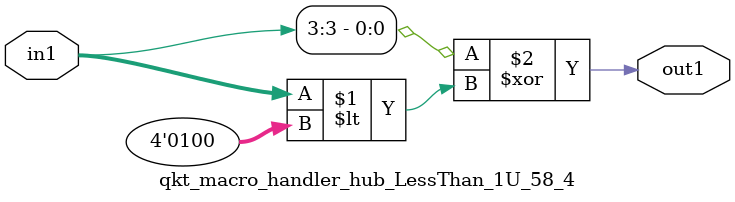
<source format=v>

`timescale 1ps / 1ps


module qkt_macro_handler_hub_LessThan_1U_58_4( in1, out1 );

    input [3:0] in1;
    output out1;

    
    // rtl_process:qkt_macro_handler_hub_LessThan_1U_58_4/qkt_macro_handler_hub_LessThan_1U_58_4_thread_1
    assign out1 = (in1[3] ^ in1 < 4'd04);

endmodule


</source>
